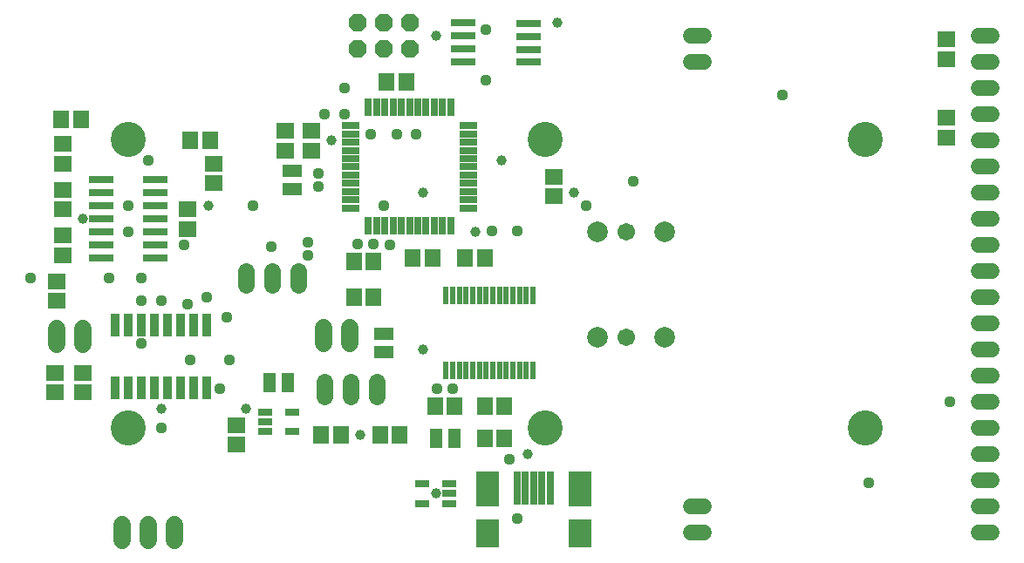
<source format=gts>
G75*
G70*
%OFA0B0*%
%FSLAX24Y24*%
%IPPOS*%
%LPD*%
%AMOC8*
5,1,8,0,0,1.08239X$1,22.5*
%
%ADD10C,0.1340*%
%ADD11R,0.0297X0.0690*%
%ADD12R,0.0690X0.0297*%
%ADD13R,0.0592X0.0671*%
%ADD14R,0.0671X0.0592*%
%ADD15R,0.0781X0.0482*%
%ADD16OC8,0.0680*%
%ADD17R,0.0946X0.0316*%
%ADD18R,0.0340X0.0880*%
%ADD19R,0.0237X0.0671*%
%ADD20C,0.0595*%
%ADD21C,0.0674*%
%ADD22C,0.0789*%
%ADD23R,0.0867X0.1064*%
%ADD24R,0.0867X0.1379*%
%ADD25R,0.0277X0.1300*%
%ADD26R,0.0552X0.0297*%
%ADD27C,0.0680*%
%ADD28R,0.0482X0.0781*%
%ADD29C,0.0640*%
%ADD30R,0.0946X0.0277*%
%ADD31C,0.0390*%
%ADD32C,0.0440*%
D10*
X004351Y005866D03*
X020296Y005866D03*
X032500Y005866D03*
X032500Y016890D03*
X020296Y016890D03*
X004351Y016890D03*
D11*
X013526Y018115D03*
X013841Y018115D03*
X014156Y018115D03*
X014471Y018115D03*
X014786Y018115D03*
X015101Y018115D03*
X015416Y018115D03*
X015731Y018115D03*
X016046Y018115D03*
X016361Y018115D03*
X016676Y018115D03*
X016676Y013587D03*
X016361Y013587D03*
X016046Y013587D03*
X015731Y013587D03*
X015416Y013587D03*
X015101Y013587D03*
X014786Y013587D03*
X014471Y013587D03*
X014156Y013587D03*
X013841Y013587D03*
X013526Y013587D03*
D12*
X012837Y014276D03*
X012837Y014591D03*
X012837Y014906D03*
X012837Y015221D03*
X012837Y015536D03*
X012837Y015851D03*
X012837Y016166D03*
X012837Y016481D03*
X012837Y016796D03*
X012837Y017111D03*
X012837Y017426D03*
X017365Y017426D03*
X017365Y017111D03*
X017365Y016796D03*
X017365Y016481D03*
X017365Y016166D03*
X017365Y015851D03*
X017365Y015536D03*
X017365Y015221D03*
X017365Y014906D03*
X017365Y014591D03*
X017365Y014276D03*
D13*
X017227Y012351D03*
X017975Y012351D03*
X015975Y012351D03*
X015227Y012351D03*
X013725Y012226D03*
X012977Y012226D03*
X012977Y010851D03*
X013725Y010851D03*
X016077Y006701D03*
X016825Y006701D03*
X017977Y006701D03*
X018725Y006701D03*
X018725Y005451D03*
X017977Y005451D03*
X014725Y005601D03*
X013977Y005601D03*
X012475Y005601D03*
X011727Y005601D03*
X007475Y016851D03*
X006727Y016851D03*
X002533Y017673D03*
X001785Y017673D03*
X014227Y019101D03*
X014975Y019101D03*
D14*
X011351Y017225D03*
X010351Y017225D03*
X010351Y016477D03*
X011351Y016477D03*
X007601Y015975D03*
X007601Y015227D03*
X006601Y014225D03*
X006601Y013477D03*
X001851Y013225D03*
X001851Y012477D03*
X001601Y011475D03*
X001601Y010727D03*
X001551Y007975D03*
X002601Y007975D03*
X002601Y007227D03*
X001551Y007227D03*
X008476Y005975D03*
X008476Y005227D03*
X001851Y014227D03*
X001851Y014975D03*
X001851Y015977D03*
X001851Y016725D03*
X020631Y015465D03*
X020631Y014717D03*
X035601Y016977D03*
X035601Y017725D03*
X035601Y019977D03*
X035601Y020725D03*
D15*
X014101Y009451D03*
X014101Y008750D03*
X010601Y015000D03*
X010601Y015701D03*
D16*
X013101Y020351D03*
X014101Y020351D03*
X015101Y020351D03*
X015101Y021351D03*
X014101Y021351D03*
X013101Y021351D03*
D17*
X005374Y015351D03*
X005374Y014851D03*
X005374Y014351D03*
X005374Y013851D03*
X005374Y013351D03*
X005374Y012851D03*
X005374Y012351D03*
X003327Y012351D03*
X003327Y012851D03*
X003327Y013351D03*
X003327Y013851D03*
X003327Y014351D03*
X003327Y014851D03*
X003327Y015351D03*
D18*
X003851Y009811D03*
X004351Y009811D03*
X004851Y009811D03*
X005351Y009811D03*
X005851Y009811D03*
X006351Y009811D03*
X006851Y009811D03*
X007351Y009811D03*
X007351Y007391D03*
X006851Y007391D03*
X006351Y007391D03*
X005851Y007391D03*
X005351Y007391D03*
X004851Y007391D03*
X004351Y007391D03*
X003851Y007391D03*
D19*
X016487Y008074D03*
X016743Y008074D03*
X016999Y008074D03*
X017255Y008074D03*
X017511Y008074D03*
X017767Y008074D03*
X018023Y008074D03*
X018279Y008074D03*
X018535Y008074D03*
X018791Y008074D03*
X019046Y008074D03*
X019302Y008074D03*
X019558Y008074D03*
X019814Y008074D03*
X019814Y010928D03*
X019558Y010928D03*
X019302Y010928D03*
X019046Y010928D03*
X018791Y010928D03*
X018535Y010928D03*
X018279Y010928D03*
X018023Y010928D03*
X017767Y010928D03*
X017511Y010928D03*
X017255Y010928D03*
X016999Y010928D03*
X016743Y010928D03*
X016487Y010928D03*
D20*
X025844Y002852D02*
X026359Y002852D01*
X026359Y001852D02*
X025844Y001852D01*
X036844Y001852D02*
X037359Y001852D01*
X037359Y002852D02*
X036844Y002852D01*
X036844Y003852D02*
X037359Y003852D01*
X037359Y004852D02*
X036844Y004852D01*
X036844Y005852D02*
X037359Y005852D01*
X037359Y006852D02*
X036844Y006852D01*
X036844Y007852D02*
X037359Y007852D01*
X037359Y008852D02*
X036844Y008852D01*
X036844Y009852D02*
X037359Y009852D01*
X037359Y010852D02*
X036844Y010852D01*
X036844Y011852D02*
X037359Y011852D01*
X037359Y012852D02*
X036844Y012852D01*
X036844Y013852D02*
X037359Y013852D01*
X037359Y014852D02*
X036844Y014852D01*
X036844Y015852D02*
X037359Y015852D01*
X037359Y016852D02*
X036844Y016852D01*
X036844Y017852D02*
X037359Y017852D01*
X037359Y018852D02*
X036844Y018852D01*
X036844Y019852D02*
X037359Y019852D01*
X037359Y020852D02*
X036844Y020852D01*
X026359Y020852D02*
X025844Y020852D01*
X025844Y019852D02*
X026359Y019852D01*
D21*
X023376Y013378D03*
X023376Y009323D03*
D22*
X022274Y009323D03*
X024833Y009323D03*
X024833Y013378D03*
X022274Y013378D03*
D23*
X021609Y001834D03*
X018066Y001834D03*
D24*
X018066Y003527D03*
X021609Y003527D03*
D25*
X020468Y003566D03*
X020153Y003566D03*
X019838Y003566D03*
X019523Y003566D03*
X019208Y003566D03*
D26*
X016613Y003725D03*
X016613Y003351D03*
X016613Y002977D03*
X015589Y002977D03*
X015589Y003725D03*
X010613Y005727D03*
X009589Y005727D03*
X009589Y006101D03*
X009589Y006475D03*
X010613Y006475D03*
D27*
X004101Y002151D02*
X004101Y001551D01*
X005101Y001551D02*
X005101Y002151D01*
X006101Y002151D02*
X006101Y001551D01*
X002601Y009051D02*
X002601Y009651D01*
X001601Y009651D02*
X001601Y009051D01*
X011827Y009098D02*
X011827Y009698D01*
X012827Y009698D02*
X012827Y009098D01*
D28*
X010451Y007601D03*
X009750Y007601D03*
X016100Y005451D03*
X016801Y005451D03*
D29*
X013851Y007071D02*
X013851Y007631D01*
X012851Y007631D02*
X012851Y007071D01*
X011851Y007071D02*
X011851Y007631D01*
X010851Y011321D02*
X010851Y011881D01*
X009851Y011881D02*
X009851Y011321D01*
X008851Y011321D02*
X008851Y011881D01*
D30*
X017159Y019851D03*
X017159Y020351D03*
X017159Y020851D03*
X017159Y021351D03*
X019643Y021347D03*
X019643Y020847D03*
X019643Y020347D03*
X019643Y019851D03*
D31*
X020751Y021351D03*
X016101Y020851D03*
X012101Y016851D03*
X015601Y014851D03*
X017601Y013351D03*
X021376Y014851D03*
X018601Y016101D03*
X007413Y014351D03*
X002601Y013851D03*
X005601Y006601D03*
X008851Y006601D03*
X013226Y005601D03*
X016101Y003351D03*
X019601Y004851D03*
X015601Y008851D03*
D32*
X016151Y007376D03*
X016751Y007376D03*
X018926Y004676D03*
X019201Y002401D03*
X008226Y008476D03*
X006726Y008476D03*
X007851Y007351D03*
X005601Y005851D03*
X004851Y009101D03*
X004851Y010726D03*
X005601Y010726D03*
X006601Y010601D03*
X007351Y010851D03*
X008101Y010101D03*
X004851Y011601D03*
X003601Y011601D03*
X006476Y012851D03*
X004351Y013351D03*
X004351Y014351D03*
X005101Y016101D03*
X009101Y014351D03*
X011226Y012976D03*
X011226Y012476D03*
X009801Y012801D03*
X013101Y012913D03*
X013701Y012888D03*
X014351Y012851D03*
X014101Y014351D03*
X011601Y015101D03*
X011601Y015601D03*
X013601Y017101D03*
X014601Y017101D03*
X015351Y017101D03*
X012601Y017851D03*
X011851Y017851D03*
X012601Y018851D03*
X018001Y019151D03*
X018001Y021101D03*
X023651Y015301D03*
X021863Y014351D03*
X019201Y013401D03*
X018251Y013401D03*
X029351Y018601D03*
X035751Y006851D03*
X032651Y003751D03*
X000601Y011601D03*
M02*

</source>
